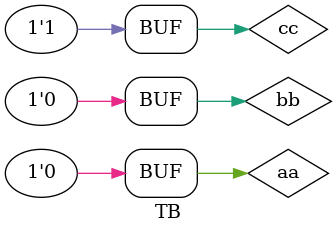
<source format=v>
module TB;
reg aa,bb,cc;
wire ss,cy;
fulladd add1(.a(aa), .b(bb), .cin(cc), .sum(ss), .cout(cy));
initial
begin
$dumpfile("dump.vcd");
$dumpvars(0, TB);
end

initial begin $monitor(aa,bb,cc,ss,cy);
aa = 1'b0;
bb = 1'b0;
cc=1'b0;
#5
aa = 1'b0;
bb = 1'b1;
cc=1'b1;
#5
aa = 1'b1;
bb = 1'b0;
cc=1'b0;
#5
aa = 1'b1;
bb = 1'b1;
cc=1'b0;
#5
aa = 1'b0;
bb = 1'b0;
cc=1'b1;
end
endmodule


</source>
